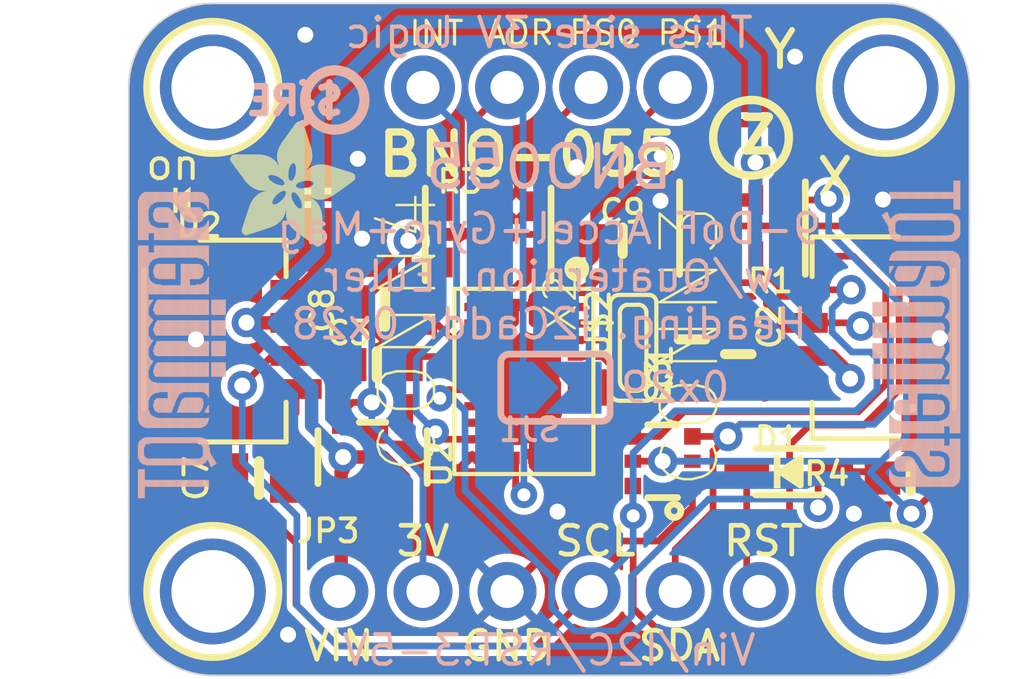
<source format=kicad_pcb>
(kicad_pcb (version 20221018) (generator pcbnew)
  (layers (0 "F.Cu" signal) (31 "B.Cu" signal) (34 "B.Paste" user) (35 "F.Paste" user) (36 "B.SilkS" user "B.Silkscreen") (37 "F.SilkS" user "F.Silkscreen") (38 "B.Mask" user) (39 "F.Mask" user) (44 "Edge.Cuts" user))
  (net 0 "")
  (net 1 "PS1_3V")
  (net 2 "PS0_3V")
  (net 3 "NRESET_3V")
  (net 4 "INT_3V")
  (net 5 "GND")
  (net 6 "I2CADDR_3V")
  (net 7 "SDA_3V")
  (net 8 "SCL_3V")
  (net 9 "N$1")
  (net 10 "N$2")
  (net 11 "N$3")
  (net 12 "3.3V")
  (net 13 "SDA")
  (net 14 "SCL")
  (net 15 "VCC")
  (net 16 "N$4")
  (net 17 "RESET")
  (footprint "working:RESPACK_4X0603" (layer "F.Cu") (at 146.6596 101.8286)
    (fp_text reference "R3")
    (fp_text value "10K")
  )
  (footprint "working:XTAL3215" (layer "F.Cu") (at 151.0411 105.2576 -90)
    (fp_text reference "X2")
    (fp_text value "32.768")
  )
  (footprint "working:0603-NO" (layer "F.Cu") (at 143.2941 105.7656)
    (fp_text reference "C3")
    (fp_text value "0.1uF")
  )
  (footprint "working:1X04_ROUND_76" (layer "F.Cu") (at 148.5011 97.3836)
    (fp_text reference "JP2" hide)
    (fp_text value "")
  )
  (footprint "working:FIDUCIAL_1MM" (layer "F.Cu") (at 160.1597 100.33)
    (fp_text reference "FID4" hide)
    (fp_text value "FIDUCIAL_1MM" hide)
  )
  (footprint "working:0603-NO" (layer "F.Cu") (at 154.2161 105.4481 -90)
    (fp_text reference "C2")
    (fp_text value "22pF")
  )
  (footprint "working:SOD-323" (layer "F.Cu") (at 155.7401 109.0041)
    (fp_text reference "D1")
    (fp_text value "1n4148")
  )
  (footprint "working:SOT363" (layer "F.Cu") (at 151.9301 108.6866 90)
    (fp_text reference "Q3")
    (fp_text value "BSS138")
  )
  (footprint "working:RESPACK_4X0603" (layer "F.Cu") (at 154.3431 101.6381 180)
    (fp_text reference "R1")
    (fp_text value "10K")
  )
  (footprint "working:MOUNTINGHOLE_2.5_PLATED" (layer "F.Cu") (at 138.3411 97.3836)
    (fp_text reference "U$45" hide)
    (fp_text value "MOUNTINGHOLE2.5" hide)
  )
  (footprint "working:0805-NO" (layer "F.Cu") (at 143.5481 104.1146 180)
    (fp_text reference "C8")
    (fp_text value "10uF")
  )
  (footprint "working:0603-NO" (layer "F.Cu") (at 159.4231 109.1946 180)
    (fp_text reference "R4")
    (fp_text value "10K")
  )
  (footprint "working:MOUNTINGHOLE_2.5_PLATED" (layer "F.Cu") (at 158.6611 112.6236)
    (fp_text reference "U$49" hide)
    (fp_text value "MOUNTINGHOLE2.5" hide)
  )
  (footprint "working:FIDUCIAL_1MM" (layer "F.Cu") (at 136.8171 109.8296)
    (fp_text reference "FID3" hide)
    (fp_text value "FIDUCIAL_1MM" hide)
  )
  (footprint "working:MOUNTINGHOLE_2.5_PLATED" (layer "F.Cu") (at 138.3411 112.6236)
    (fp_text reference "U$48" hide)
    (fp_text value "MOUNTINGHOLE2.5" hide)
  )
  (footprint "working:JST_SH4" (layer "F.Cu") (at 138.3411 105.0036 -90)
    (fp_text reference "CONN4")
    (fp_text value "STEMMA_I2C_QT" hide)
  )
  (footprint "working:0603-NO" (layer "F.Cu") (at 150.7236 102.0191)
    (fp_text reference "C9")
    (fp_text value "0.1uF")
  )
  (footprint "working:SOT23-5" (layer "F.Cu") (at 143.1671 108.5596)
    (fp_text reference "U2")
    (fp_text value "AP2112K-3.3")
  )
  (footprint "working:CHIPLED_0603_NOOUTLINE" (layer "F.Cu") (at 137.414 100.7999 90)
    (fp_text reference "D2")
    (fp_text value "GREEN")
  )
  (footprint "working:JST_SH4" (layer "F.Cu") (at 158.6611 105.0036 90)
    (fp_text reference "CONN3")
    (fp_text value "STEMMA_I2C_QT" hide)
  )
  (footprint "working:MOUNTINGHOLE_2.5_PLATED" (layer "F.Cu") (at 158.6611 97.3836)
    (fp_text reference "U$46" hide)
    (fp_text value "MOUNTINGHOLE2.5" hide)
  )
  (footprint "working:1X06_ROUND_70" (layer "F.Cu") (at 148.5011 112.6236)
    (fp_text reference "JP3")
    (fp_text value "")
  )
  (footprint "working:ADAFRUIT_3.5MM" (layer "F.Cu") (at 138.8491 102.2096)
    (fp_text reference "U$51" hide)
    (fp_text value "" hide)
  )
  (footprint "working:0603-NO" (layer "F.Cu") (at 152.8191 105.0036 90)
    (fp_text reference "C1")
    (fp_text value "22pF")
  )
  (footprint "working:BNO055" (layer "F.Cu") (at 147.7391 106.2736 -90)
    (fp_text reference "U$2")
    (fp_text value "BNO055")
  )
  (footprint "working:0805-NO" (layer "F.Cu") (at 139.7381 109.1946 180)
    (fp_text reference "C7")
    (fp_text value "10uF")
  )
  (footprint "working:STEMMAQT" (layer "B.Cu") (at 138.7221 100.5586 -90)
    (fp_text reference "U$54" hide)
    (fp_text value "" hide)
  )
  (footprint "working:SOLDERJUMPER_ARROW_NOPASTE" (layer "B.Cu") (at 148.6916 106.4641)
    (fp_text reference "SJ1")
    (fp_text value "")
  )
  (footprint "working:PCBFEAT-REV-040" (layer "B.Cu") (at 142.0241 97.7646 180)
    (fp_text reference "U$52" hide)
    (fp_text value "" hide)
  )
  (footprint "working:STEMMAQT" (layer "B.Cu") (at 158.2801 109.4486 90)
    (fp_text reference "U$53" hide)
    (fp_text value "" hide)
  )
  (gr_arc (start 154.6011 100.0516) (mid 153.792877 99.716823) (end 153.4581 98.9086) (stroke (width 0.254)) (layer "F.SilkS"))
  (gr_arc (start 154.6011 97.7656) (mid 155.415188 98.094514) (end 155.7441 98.908602) (stroke (width 0.254)) (layer "F.SilkS"))
  (gr_arc (start 153.4581 98.9086) (mid 153.792877 98.100377) (end 154.6011 97.7656) (stroke (width 0.254)) (layer "F.SilkS"))
  (gr_arc (start 155.7441 98.9086) (mid 155.409323 99.716823) (end 154.6011 100.0516) (stroke (width 0.254)) (layer "F.SilkS"))
  (gr_arc (start 135.8011 97.3836) (mid 136.545049 95.587549) (end 138.3411 94.8436) (stroke (width 0.05)) (layer "Edge.Cuts"))
  (gr_arc (start 138.3411 115.1636) (mid 136.545049 114.419651) (end 135.8011 112.6236) (stroke (width 0.05)) (layer "Edge.Cuts"))
  (gr_arc (start 158.6611 94.8436) (mid 160.457151 95.587549) (end 161.2011 97.3836) (stroke (width 0.05)) (layer "Edge.Cuts"))
  (gr_line (start 135.8011 97.3836) (end 135.8011 112.6236) (stroke (width 0.05)) (layer "Edge.Cuts"))
  (gr_arc (start 161.2011 112.6236) (mid 160.457151 114.419651) (end 158.6611 115.1636) (stroke (width 0.05)) (layer "Edge.Cuts"))
  (gr_line (start 161.2011 112.6236) (end 161.2011 97.3836) (stroke (width 0.05)) (layer "Edge.Cuts"))
  (gr_line (start 158.6611 94.8436) (end 138.3411 94.8436) (stroke (width 0.05)) (layer "Edge.Cuts"))
  (gr_line (start 138.3411 115.1636) (end 158.6611 115.1636) (stroke (width 0.05)) (layer "Edge.Cuts"))
  (gr_text "0x29" (at 152.3111 106.4641) (layer "B.SilkS") (effects (font (size 0.89408 0.89408) (thickness 0.12192)) (justify mirror)))
  (gr_text "9-DoF Accel+Gyro+Mag\nw/Quaternion, Euler\nHeading. I2Caddr 0x28" (at 148.5011 103.0986) (layer "B.SilkS") (effects (font (size 0.89408 0.89408) (thickness 0.12192)) (justify mirror)))
  (gr_text "BNO055" (at 148.5011 99.7966) (layer "B.SilkS") (effects (font (size 1.251712 1.251712) (thickness 0.170688)) (justify mirror)))
  (gr_text "This side 3V logic" (at 148.5011 95.7326) (layer "B.SilkS") (effects (font (size 0.89408 0.89408) (thickness 0.12192)) (justify mirror)))
  (gr_text "Vin/I2C/RST:3-5V" (at 148.5011 114.4016) (layer "B.SilkS") (effects (font (size 0.89408 0.89408) (thickness 0.12192)) (justify mirror)))
  (gr_text "BNO-055" (at 147.8661 99.4156) (layer "F.SilkS") (effects (font (size 1.25222 1.25222) (thickness 0.22098))))
  (gr_text "ADR" (at 147.6211 95.7326) (layer "F.SilkS") (effects (font (size 0.715264 0.715264) (thickness 0.097536))))
  (gr_text "Z" (at 154.1486 99.4273) (layer "F.SilkS") (effects (font (size 1.016 1.016) (thickness 0.254)) (justify left bottom)))
  (gr_text "GND" (at 147.2311 114.2746) (layer "F.SilkS") (effects (font (size 0.87376 0.87376) (thickness 0.14224))))
  (gr_text "INT" (at 145.0981 95.7481) (layer "F.SilkS") (effects (font (size 0.715264 0.715264) (thickness 0.097536))))
  (gr_text "PS0" (at 150.1471 95.7326) (layer "F.SilkS") (effects (font (size 0.715264 0.715264) (thickness 0.097536))))
  (gr_text "VIN" (at 142.1511 114.2746) (layer "F.SilkS") (effects (font (size 0.87376 0.87376) (thickness 0.14224))))
  (gr_text "SDA" (at 152.4381 114.2746) (layer "F.SilkS") (effects (font (size 0.87376 0.87376) (thickness 0.14224))))
  (gr_text "on" (at 136.2456 100.2411) (layer "F.SilkS") (effects (font (size 0.89408 0.89408) (thickness 0.12192)) (justify left bottom)))
  (gr_text "SCL" (at 149.8981 111.0996) (layer "F.SilkS") (effects (font (size 0.87376 0.87376) (thickness 0.14224))))
  (gr_text "X" (at 156.4981 100.7481) (layer "F.SilkS") (effects (font (size 1.0922 1.0922) (thickness 0.1778)) (justify left bottom)))
  (gr_text "RST" (at 154.9781 111.0996) (layer "F.SilkS") (effects (font (size 0.87376 0.87376) (thickness 0.14224))))
  (gr_text "3V" (at 144.6911 111.0996) (layer "F.SilkS") (effects (font (size 0.87376 0.87376) (thickness 0.14224))))
  (gr_text "PS1" (at 152.8141 95.7326) (layer "F.SilkS") (effects (font (size 0.715264 0.715264) (thickness 0.097536))))
  (gr_text "Y" (at 156.0616 95.6066) (layer "F.SilkS") (effects (font (size 1.0922 1.0922) (thickness 0.1778)) (justify right top)))
  (segment (start 147.9596 102.6786) (end 148.3406 102.6786) (width 0.2032) (layer "F.Cu") (net 1))
  (segment (start 147.9596 102.6786) (end 147.9596 103.13865) (width 0.2032) (layer "F.Cu") (net 1))
  (segment (start 148.3406 102.6786) (end 149.0091 102.0101) (width 0.2032) (layer "F.Cu") (net 1))
  (segment (start 147.4324 103.4688) (end 147.5948 103.3064) (width 0.2032) (layer "F.Cu") (net 1))
  (segment (start 147.23785 103.4688) (end 146.9891 103.71755) (width 0.2032) (layer "F.Cu") (net 1))
  (segment (start 147.5948 103.3064) (end 147.79185 103.3064) (width 0.2032) (layer "F.Cu") (net 1))
  (segment (start 150.0759 99.6188) (end 152.3111 97.3836) (width 0.2032) (layer "F.Cu") (net 1))
  (segment (start 149.0091 102.0101) (end 149.0091 101.173775) (width 0.2032) (layer "F.Cu") (net 1))
  (segment (start 147.23785 103.4688) (end 147.4324 103.4688) (width 0.2032) (layer "F.Cu") (net 1))
  (segment (start 150.0759 100.106975) (end 150.0759 99.6188) (width 0.2032) (layer "F.Cu") (net 1))
  (segment (start 146.9891 103.9611) (end 146.9891 103.71755) (width 0.2032) (layer "F.Cu") (net 1))
  (segment (start 149.0091 101.173775) (end 150.0759 100.106975) (width 0.2032) (layer "F.Cu") (net 1))
  (segment (start 147.9596 103.13865) (end 147.79185 103.3064) (width 0.2032) (layer "F.Cu") (net 1))
  (segment (start 147.0596 103.0596) (end 146.1766 103.9426) (width 0.2032) (layer "F.Cu") (net 2))
  (segment (start 147.51305 101.8286) (end 148.27915 101.8286) (width 0.2032) (layer "F.Cu") (net 2))
  (segment (start 147.0596 103.0596) (end 147.0596 102.6786) (width 0.2032) (layer "F.Cu") (net 2))
  (segment (start 147.1123 102.22935) (end 147.1123 102.6259) (width 0.2032) (layer "F.Cu") (net 2))
  (segment (start 147.1123 102.22935) (end 147.51305 101.8286) (width 0.2032) (layer "F.Cu") (net 2))
  (segment (start 147.0596 102.6786) (end 147.1123 102.6259) (width 0.2032) (layer "F.Cu") (net 2))
  (segment (start 148.5529 98.6018) (end 149.7711 97.3836) (width 0.2032) (layer "F.Cu") (net 2))
  (segment (start 146.1766 104.0236) (end 146.1766 103.9426) (width 0.2032) (layer "F.Cu") (net 2))
  (segment (start 148.27915 101.8286) (end 148.5529 101.55485) (width 0.2032) (layer "F.Cu") (net 2))
  (segment (start 148.5529 101.55485) (end 148.5529 98.6018) (width 0.2032) (layer "F.Cu") (net 2))
  (segment (start 158.3826 109.0041) (end 157.0101 109.0041) (width 0.2032) (layer "F.Cu") (net 3))
  (segment (start 158.5731 109.1946) (end 158.3826 109.0041) (width 0.2032) (layer "F.Cu") (net 3))
  (segment (start 146.1766 106.5236) (end 145.4571 106.5236) (width 0.2032) (layer "F.Cu") (net 3))
  (segment (start 156.6291 109.3851) (end 156.6291 110.0836) (width 0.2032) (layer "F.Cu") (net 3))
  (segment (start 156.6291 109.3851) (end 157.0101 109.0041) (width 0.2032) (layer "F.Cu") (net 3))
  (segment (start 145.4571 106.5236) (end 145.1991 106.7816) (width 0.2032) (layer "F.Cu") (net 3))
  (via (at 156.6291 110.0836) (size 0.889) (drill 0.4826) (layers "F.Cu" "B.Cu") (net 3))
  (via (at 145.1991 106.7816) (size 0.8001) (drill 0.3937) (layers "F.Cu" "B.Cu") (net 3))
  (segment (start 150.9903 113.369663) (end 150.9903 112.1664) (width 0.2032) (layer "B.Cu") (net 3))
  (segment (start 149.276606 113.8174) (end 150.542562 113.8174) (width 0.2032) (layer "B.Cu") (net 3))
  (segment (start 145.9611 107.1626) (end 145.9611 109.5756) (width 0.2032) (layer "B.Cu") (net 3))
  (segment (start 148.5773 112.1918) (end 148.5773 113.118094) (width 0.2032) (layer "B.Cu") (net 3))
  (segment (start 150.9903 112.1664) (end 153.3271 109.8296) (width 0.2032) (layer "B.Cu") (net 3))
  (segment (start 145.1991 106.7816) (end 145.5801 106.7816) (width 0.2032) (layer "B.Cu") (net 3))
  (segment (start 145.9611 109.5756) (end 148.5773 112.1918) (width 0.2032) (layer "B.Cu") (net 3))
  (segment (start 150.542562 113.8174) (end 150.9903 113.369663) (width 0.2032) (layer "B.Cu") (net 3))
  (segment (start 145.5801 106.7816) (end 145.9611 107.1626) (width 0.2032) (layer "B.Cu") (net 3))
  (segment (start 156.6291 110.0836) (end 156.3751 109.8296) (width 0.2032) (layer "B.Cu") (net 3))
  (segment (start 148.5773 113.118094) (end 149.276606 113.8174) (width 0.2032) (layer "B.Cu") (net 3))
  (segment (start 156.3751 109.8296) (end 153.3271 109.8296) (width 0.2032) (layer "B.Cu") (net 3))
  (segment (start 145.2981 108.0236) (end 145.0721 107.7976) (width 0.2032) (layer "F.Cu") (net 4))
  (segment (start 146.1766 108.0236) (end 145.2981 108.0236) (width 0.2032) (layer "F.Cu") (net 4))
  (via (at 145.0721 107.7976) (size 0.8001) (drill 0.3937) (layers "F.Cu" "B.Cu") (net 4))
  (segment (start 144.4879 105.5878) (end 145.7071 104.3686) (width 0.2032) (layer "B.Cu") (net 4))
  (segment (start 145.0721 107.7976) (end 144.4879 107.2134) (width 0.2032) (layer "B.Cu") (net 4))
  (segment (start 145.7071 98.5139) (end 144.6911 97.4979) (width 0.2032) (layer "B.Cu") (net 4))
  (segment (start 145.7071 104.3686) (end 145.7071 98.5139) (width 0.2032) (layer "B.Cu") (net 4))
  (segment (start 144.6911 97.3836) (end 144.6911 97.4979) (width 0.2032) (layer "B.Cu") (net 4))
  (segment (start 144.4879 107.2134) (end 144.4879 105.5878) (width 0.2032) (layer "B.Cu") (net 4))
  (segment (start 146.9771 107.5436) (end 147.9931 107.5436) (width 0.2032) (layer "F.Cu") (net 5))
  (segment (start 153.7716 103.6066) (end 153.4313 103.2663) (width 0.2032) (layer "F.Cu") (net 5))
  (segment (start 147.9891 108.5861) (end 147.9891 108.82965) (width 0.2032) (layer "F.Cu") (net 5))
  (segment (start 151.5736 102.9716) (end 151.5736 102.0191) (width 0.2032) (layer "F.Cu") (net 5))
  (segment (start 154.2161 104.5981) (end 153.7716 104.1536) (width 0.2032) (layer "F.Cu") (net 5))
  (segment (start 136.664 101.9125) (end 136.9551 102.2036) (width 0.3048) (layer "F.Cu") (net 5))
  (segment (start 147.9891 108.5861) (end 147.9931 108.5821) (width 0.2032) (layer "F.Cu") (net 5))
  (segment (start 148.2579 109.0784) (end 148.7551 109.5756) (width 0.2032) (layer "F.Cu") (net 5))
  (segment (start 155.0209 106.4006) (end 155.1239 106.5036) (width 0.2032) (layer "F.Cu") (net 5))
  (segment (start 146.9891 108.5861) (end 146.2391 108.5861) (width 0.2032) (layer "F.Cu") (net 5))
  (segment (start 148.23785 109.0784) (end 148.2579 109.0784) (width 0.2032) (layer "F.Cu") (net 5))
  (segment (start 147.9931 107.5436) (end 147.9931 106.0196) (width 0.2032) (layer "F.Cu") (net 5))
  (segment (start 146.9771 108.5741) (end 146.9771 107.5436) (width 0.2032) (layer "F.Cu") (net 5))
  (segment (start 147.9931 108.5821) (end 147.9931 107.5436) (width 0.2032) (layer "F.Cu") (net 5))
  (segment (start 154.2161 104.5981) (end 155.0209 105.4029) (width 0.2032) (layer "F.Cu") (net 5))
  (segment (start 155.1239 106.5036) (end 156.1471 106.5036) (width 0.2032) (layer "F.Cu") (net 5))
  (segment (start 147.9931 106.0196) (end 146.1806 106.0196) (width 0.2032) (layer "F.Cu") (net 5))
  (segment (start 154.00305 104.5981) (end 154.2161 104.5981) (width 0.2032) (layer "F.Cu") (net 5))
  (segment (start 146.1806 106.0196) (end 146.1766 106.0236) (width 0.2032) (layer "F.Cu") (net 5))
  (segment (start 136.664 100.7999) (end 136.664 101.9125) (width 0.3048) (layer "F.Cu") (net 5))
  (segment (start 147.9891 108.82965) (end 148.23785 109.0784) (width 0.2032) (layer "F.Cu") (net 5))
  (segment (start 149.62455 103.5431) (end 150.19605 102.9716) (width 0.2032) (layer "F.Cu") (net 5))
  (segment (start 148.9071 103.5431) (end 149.62455 103.5431) (width 0.2032) (layer "F.Cu") (net 5))
  (segment (start 146.2596 102.6786) (end 146.42035 102.51785) (width 0.2032) (layer "F.Cu") (net 5))
  (segment (start 147.0596 100.9786) (end 147.0596 101.41165) (width 0.2032) (layer "F.Cu") (net 5))
  (segment (start 147.0596 101.41165) (end 146.42035 102.0509) (width 0.2032) (layer "F.Cu") (net 5))
  (segment (start 150.19605 102.9716) (end 151.5736 102.9716) (width 0.2032) (layer "F.Cu") (net 5))
  (segment (start 152.8191 105.8536) (end 152.8191 105.78205) (width 0.2032) (layer "F.Cu") (net 5))
  (segment (start 155.0209 105.4029) (end 155.0209 106.4006) (width 0.2032) (layer "F.Cu") (net 5))
  (segment (start 148.4891 103.9611) (end 148.4891 103.864) (width 0.2032) (layer "F.Cu") (net 5))
  (segment (start 153.7716 103.6066) (end 153.7716 104.1536) (width 0.2032) (layer "F.Cu") (net 5))
  (segment (start 146.9891 108.5861) (end 146.9771 108.5741) (width 0.2032) (layer "F.Cu") (net 5))
  (segment (start 146.2391 108.5861) (end 146.1766 108.5236) (width 0.2032) (layer "F.Cu") (net 5))
  (segment (start 148.4891 103.9611) (end 148.9071 103.5431) (width 0.2032) (layer "F.Cu") (net 5))
  (segment (start 154.00305 104.5981) (end 152.8191 105.78205) (width 0.2032) (layer "F.Cu") (net 5))
  (segment (start 148.7551 109.5756) (end 148.7551 110.2106) (width 0.2032) (layer "F.Cu") (net 5))
  (segment (start 146.42035 102.0509) (end 146.42035 102.51785) (width 0.2032) (layer "F.Cu") (net 5))
  (via (at 140.6144 113.9317) (size 0.889) (drill 0.4826) (layers "F.Cu" "B.Cu") (net 5))
  (via (at 160.2994 104.9655) (size 0.889) (drill 0.4826) (layers "F.Cu" "B.Cu") (net 5))
  (via (at 158.5849 100.7745) (size 0.889) (drill 0.4826) (layers "F.Cu" "B.Cu") (net 5))
  (via (at 142.8496 101.9556) (size 0.889) (drill 0.4826) (layers "F.Cu" "B.Cu") (net 5))
  (via (at 157.7086 110.2741) (size 0.889) (drill 0.4826) (layers "F.Cu" "B.Cu") (net 5))
  (via (at 151.8666 100.8126) (size 0.889) (drill 0.4826) (layers "F.Cu" "B.Cu") (net 5))
  (via (at 149.3266 99.7966) (size 0.889) (drill 0.4826) (layers "F.Cu" "B.Cu") (net 5))
  (via (at 141.1351 95.7961) (size 0.889) (drill 0.4826) (layers "F.Cu" "B.Cu") (net 5))
  (via (at 142.7226 99.5426) (size 0.889) (drill 0.4826) (layers "F.Cu" "B.Cu") (net 5))
  (via (at 148.7551 110.2106) (size 0.889) (drill 0.4826) (layers "F.Cu" "B.Cu") (net 5))
  (via (at 137.8331 105.0036) (size 0.889) (drill 0.4826) (layers "F.Cu" "B.Cu") (net 5))
  (via (at 155.9306 96.4565) (size 0.889) (drill 0.4826) (layers "F.Cu" "B.Cu") (net 5))
  (segment (start 147.7391 109.7026) (end 147.4891 109.4526) (width 0.2032) (layer "F.Cu") (net 6))
  (segment (start 147.4891 108.5861) (end 147.4891 109.4526) (width 0.2032) (layer "F.Cu") (net 6))
  (segment (start 146.2596 100.9786) (end 146.2596 98.3551) (width 0.2032) (layer "F.Cu") (net 6))
  (segment (start 146.2596 98.3551) (end 147.2311 97.3836) (width 0.2032) (layer "F.Cu") (net 6))
  (via (at 147.7391 109.7026) (size 0.8001) (drill 0.3937) (layers "F.Cu" "B.Cu") (net 6))
  (segment (start 147.6756 106.4641) (end 147.7137 106.4641) (width 0.2032) (layer "B.Cu") (net 6))
  (segment (start 147.7391 109.7026) (end 147.7391 106.4641) (width 0.2032) (layer "B.Cu") (net 6))
  (segment (start 147.7137 97.8662) (end 147.2311 97.3836) (width 0.2032) (layer "B.Cu") (net 6))
  (segment (start 147.7137 98.2218) (end 147.7137 97.8662) (width 0.2032) (layer "B.Cu") (net 6))
  (segment (start 147.7137 98.5393) (end 147.7137 98.2218) (width 0.2032) (layer "B.Cu") (net 6))
  (segment (start 147.7137 106.4641) (end 147.7137 98.5393) (width 0.2032) (layer "B.Cu") (net 6))
  (segment (start 147.7137 106.4641) (end 147.7391 106.4641) (width 0.2032) (layer "B.Cu") (net 6))
  (segment (start 157.847375 107.188) (end 158.670237 106.365138) (width 0.2032) (layer "F.Cu") (net 7))
  (segment (start 149.8071 108.5236) (end 150.3941 107.9366) (width 0.2032) (layer "F.Cu") (net 7))
  (segment (start 158.670237 106.365138) (end 158.670237 103.464888) (width 0.2032) (layer "F.Cu") (net 7))
  (segment (start 150.3941 107.9366) (end 151.0301 107.9366) (width 0.2032) (layer "F.Cu") (net 7))
  (segment (start 151.8292 107.9366) (end 152.5778 107.188) (width 0.2032) (layer "F.Cu") (net 7))
  (segment (start 152.5778 107.188) (end 157.847375 107.188) (width 0.2032) (layer "F.Cu") (net 7))
  (segment (start 158.670237 103.464888) (end 157.69345 102.4881) (width 0.2032) (layer "F.Cu") (net 7))
  (segment (start 157.69345 102.4881) (end 155.6431 102.4881) (width 0.2032) (layer "F.Cu") (net 7))
  (segment (start 151.0301 107.9366) (end 151.8292 107.9366) (width 0.2032) (layer "F.Cu") (net 7))
  (segment (start 149.3016 108.5236) (end 149.8071 108.5236) (width 0.2032) (layer "F.Cu") (net 7))
  (segment (start 153.2001 101.5746) (end 157.481687 101.5746) (width 0.2032) (layer "F.Cu") (net 8))
  (segment (start 153.0431 101.7316) (end 153.2001 101.5746) (width 0.2032) (layer "F.Cu") (net 8))
  (segment (start 155.7655 111.252) (end 156.0576 111.5441) (width 0.2032) (layer "F.Cu") (net 8))
  (segment (start 157.481687 101.5746) (end 159.076637 103.16955) (width 0.2032) (layer "F.Cu") (net 8))
  (segment (start 151.0411 113.1316) (end 151.0411 111.0996) (width 0.2032) (layer "F.Cu") (net 8))
  (segment (start 153.0431 102.4881) (end 153.0431 101.7316) (width 0.2032) (layer "F.Cu") (net 8))
  (segment (start 156.0576 111.5441) (end 156.0576 113.3221) (width 0.2032) (layer "F.Cu") (net 8))
  (segment (start 152.8301 110.0716) (end 152.8301 109.4366) (width 0.2032) (layer "F.Cu") (net 8))
  (segment (start 152.8301 110.0716) (end 151.8021 111.0996) (width 0.2032) (layer "F.Cu") (net 8))
  (segment (start 156.3751 107.5944) (end 155.7655 108.204) (width 0.2032) (layer "F.Cu") (net 8))
  (segment (start 159.076637 103.16955) (end 159.076637 106.533475) (width 0.2032) (layer "F.Cu") (net 8))
  (segment (start 158.015712 107.5944) (end 156.3751 107.5944) (width 0.2032) (layer "F.Cu") (net 8))
  (segment (start 155.5623 113.8174) (end 151.816606 113.8174) (width 0.2032) (layer "F.Cu") (net 8))
  (segment (start 151.4221 113.5126) (end 151.0411 113.1316) (width 0.2032) (layer "F.Cu") (net 8))
  (segment (start 149.6321 109.7291) (end 148.4891 108.5861) (width 0.2032) (layer "F.Cu") (net 8))
  (segment (start 156.0576 113.3221) (end 155.5623 113.8174) (width 0.2032) (layer "F.Cu") (net 8))
  (segment (start 155.7655 108.204) (end 155.7655 111.252) (width 0.2032) (layer "F.Cu") (net 8))
  (segment (start 149.6321 109.7291) (end 149.6321 110.4911) (width 0.2032) (layer "F.Cu") (net 8))
  (segment (start 150.2406 111.0996) (end 149.6321 110.4911) (width 0.2032) (layer "F.Cu") (net 8))
  (segment (start 151.0411 111.0996) (end 151.8021 111.0996) (width 0.2032) (layer "F.Cu") (net 8))
  (segment (start 150.2406 111.0996) (end 151.0411 111.0996) (width 0.2032) (layer "F.Cu") (net 8))
  (segment (start 151.511806 113.5126) (end 151.4221 113.5126) (width 0.2032) (layer "F.Cu") (net 8))
  (segment (start 151.816606 113.8174) (end 151.511806 113.5126) (width 0.2032) (layer "F.Cu") (net 8))
  (segment (start 159.076637 106.533475) (end 158.015712 107.5944) (width 0.2032) (layer "F.Cu") (net 8))
  (segment (start 151.0411 104.0576) (end 151.2951 104.0576) (width 0.2032) (layer "F.Cu") (net 9))
  (segment (start 152.7231 104.0576) (end 152.8191 104.1536) (width 0.2032) (layer "F.Cu") (net 9))
  (segment (start 149.3016 105.0236) (end 150.3291 105.0236) (width 0.2032) (layer "F.Cu") (net 9))
  (segment (start 151.2951 104.0576) (end 152.7231 104.0576) (width 0.2032) (layer "F.Cu") (net 9))
  (segment (start 150.3291 105.0236) (end 151.2951 104.0576) (width 0.2032) (layer "F.Cu") (net 9))
  (segment (start 154.09715 106.2981) (end 153.61365 106.7816) (width 0.2032) (layer "F.Cu") (net 10))
  (segment (start 149.3016 105.5236) (end 150.1071 105.5236) (width 0.2032) (layer "F.Cu") (net 10))
  (segment (start 151.0411 106.4576) (end 151.3651 106.7816) (width 0.2032) (layer "F.Cu") (net 10))
  (segment (start 154.09715 106.2981) (end 154.2161 106.2981) (width 0.2032) (layer "F.Cu") (net 10))
  (segment (start 151.3651 106.7816) (end 153.61365 106.7816) (width 0.2032) (layer "F.Cu") (net 10))
  (segment (start 150.1071 105.5236) (end 151.0411 106.4576) (width 0.2032) (layer "F.Cu") (net 10))
  (segment (start 146.1766 105.5236) (end 144.3861 105.5236) (width 0.2032) (layer "F.Cu") (net 11))
  (segment (start 144.3861 105.5236) (end 144.1441 105.7656) (width 0.2032) (layer "F.Cu") (net 11))
  (segment (start 151.857006 99.469507) (end 151.8666 99.4791) (width 0.2032) (layer "F.Cu") (net 12))
  (segment (start 153.0431 99.3186) (end 153.8986 98.4631) (width 0.254) (layer "F.Cu") (net 12))
  (segment (start 147.9626 103.9611) (end 147.9891 103.9876) (width 0.2032) (layer "F.Cu") (net 12))
  (segment (start 149.8736 102.5271) (end 149.8736 102.0191) (width 0.254) (layer "F.Cu") (net 12))
  (segment (start 147.9891 104.4916) (end 147.9891 103.9876) (width 0.2032) (layer "F.Cu") (net 12))
  (segment (start 155.1686 98.4631) (end 155.6131 98.9076) (width 0.254) (layer "F.Cu") (net 12))
  (segment (start 148.24905 103.4576) (end 148.3961 103.4576) (width 0.2032) (layer "F.Cu") (net 12))
  (segment (start 153.0431 100.3436) (end 152.7256 100.0261) (width 0.254) (layer "F.Cu") (net 12))
  (segment (start 151.9301 108.6866) (end 152.8301 108.6866) (width 0.2032) (layer "F.Cu") (net 12))
  (segment (start 156.9076 100.7881) (end 155.6431 100.7881) (width 0.2032) (layer "F.Cu") (net 12))
  (segment (start 149.3656 103.0351) (end 148.8186 103.0351) (width 0.254) (layer "F.Cu") (net 12))
  (segment (start 151.8666 100.0261) (end 150.9776 100.0261) (width 0.254) (layer "F.Cu") (net 12))
  (segment (start 152.7256 100.0261) (end 151.8666 100.0261) (width 0.254) (layer "F.Cu") (net 12))
  (segment (start 144.2466 102.0191) (end 144.2466 103.4161) (width 0.2032) (layer "F.Cu") (net 12))
  (segment (start 149.8736 101.1301) (end 149.8736 102.0191) (width 0.254) (layer "F.Cu") (net 12))
  (segment (start 144.6911 104.1146) (end 144.4981 104.1146) (width 0.2032) (layer "F.Cu") (net 12))
  (segment (start 153.0431 100.7881) (end 153.0431 99.3186) (width 0.254) (layer "F.Cu") (net 12))
  (segment (start 151.8666 99.4791) (end 151.8666 100.0261) (width 0.2032) (layer "F.Cu") (net 12))
  (segment (start 160.2731 109.4495) (end 159.4485 110.2741) (width 0.2032) (layer "F.Cu") (net 12))
  (segment (start 153.0431 100.7881) (end 153.0431 100.3436) (width 0.254) (layer "F.Cu") (net 12))
  (segment (start 149.8736 102.5271) (end 149.3656 103.0351) (width 0.254) (layer "F.Cu") (net 12))
  (segment (start 144.5311 103.7006) (end 144.4981 103.7336) (width 0.2032) (layer "F.Cu") (net 12))
  (segment (start 145.3596 102.8721) (end 144.5311 103.7006) (width 0.2032) (layer "F.Cu") (net 12))
  (segment (start 155.6131 98.9076) (end 155.6131 100.7581) (width 0.254) (layer "F.Cu") (net 12))
  (segment (start 148.3961 103.4576) (end 148.8186 103.0351) (width 0.2032) (layer "F.Cu") (net 12))
  (segment (start 144.5311 103.7006) (end 144.2466 103.4161) (width 0.2032) (layer "F.Cu") (net 12))
  (segment (start 145.3596 102.6786) (end 145.3596 102.8721) (width 0.2032) (layer "F.Cu") (net 12))
  (segment (start 151.0301 108.6866) (end 151.9301 108.6866) (width 0.2032) (layer "F.Cu") (net 12))
  (segment (start 160.2731 109.1946) (end 160.2731 109.4495) (width 0.2032) (layer "F.Cu") (net 12))
  (segment (start 155.6431 100.7881) (end 155.6131 100.7581) (width 0.254) (layer "F.Cu") (net 12))
  (segment (start 150.9776 100.0261) (end 149.8736 101.1301) (width 0.254) (layer "F.Cu") (net 12))
  (segment (start 149.3016 104.5236) (end 148.0211 104.5236) (width 0.2032) (layer "F.Cu") (net 12))
  (segment (start 147.9891 103.9876) (end 147.9891 103.9611) (width 0.2032) (layer "F.Cu") (net 12))
  (segment (start 147.9891 103.71755) (end 148.24905 103.4576) (width 0.2032) (layer "F.Cu") (net 12))
  (segment (start 148.0211 104.5236) (end 147.9891 104.4916) (width 0.2032) (layer "F.Cu") (net 12))
  (segment (start 142.2171 107.2595) (end 142.568 106.9086) (width 0.2032) (layer "F.Cu") (net 12))
  (segment (start 146.9571 105.0236) (end 147.4891 104.4916) (width 0.2032) (layer "F.Cu") (net 12))
  (segment (start 146.1766 105.0236) (end 146.9571 105.0236) (width 0.2032) (layer "F.Cu") (net 12))
  (segment (start 153.8986 98.4631) (end 155.1686 98.4631) (width 0.254) (layer "F.Cu") (net 12))
  (segment (start 147.9891 103.9611) (end 147.9891 103.71755) (width 0.2032) (layer "F.Cu") (net 12))
  (segment (start 156.9466 100.7491) (end 156.9076 100.7881) (width 0.2032) (layer "F.Cu") (net 12))
  (segment (start 144.4981 103.7336) (end 144.4981 104.1146) (width 0.2032) (layer "F.Cu") (net 12))
  (segment (start 146.1766 105.0236) (end 145.6001 105.0236) (width 0.2032) (layer "F.Cu") (net 12))
  (segment (start 147.4891 103.9611) (end 147.9626 103.9611) (width 0.2032) (layer "F.Cu") (net 12))
  (segment (start 145.6001 105.0236) (end 144.6911 104.1146) (width 0.2032) (layer "F.Cu") (net 12))
  (segment (start 147.4891 104.4916) (end 147.4891 103.9611) (width 0.2032) (layer "F.Cu") (net 12))
  (segment (start 142.568 106.9086) (end 143.1436 106.9086) (width 0.2032) (layer "F.Cu") (net 12))
  (via (at 151.9301 108.6866) (size 0.889) (drill 0.4826) (layers "F.Cu" "B.Cu") (net 12))
  (via (at 144.2466 102.0191) (size 0.889) (drill 0.4826) (layers "F.Cu" "B.Cu") (net 12))
  (via (at 143.1436 106.9086) (size 0.889) (drill 0.4826) (layers "F.Cu" "B.Cu") (net 12))
  (via (at 151.857006 99.469507) (size 0.8001) (drill 0.3937) (layers "F.Cu" "B.Cu") (net 12))
  (via (at 156.9466 100.7491) (size 0.889) (drill 0.4826) (layers "F.Cu" "B.Cu") (net 12))
  (via (at 159.4485 110.2741) (size 0.889) (drill 0.4826) (layers "F.Cu" "B.Cu") (net 12))
  (segment (start 144.5006 102.0191) (end 144.2466 102.0191) (width 0.2032) (layer "B.Cu") (net 12))
  (segment (start 159.2961 104.1146) (end 156.9466 101.7651) (width 0.2032) (layer "B.Cu") (net 12))
  (segment (start 156.9466 101.7651) (end 156.9466 100.7491) (width 0.2032) (layer "B.Cu") (net 12))
  (segment (start 144.6911 109.1038) (end 143.1436 107.5563) (width 0.2032) (layer "B.Cu") (net 12))
  (segment (start 149.7076 101.618913) (end 151.857006 99.469507) (width 0.2032) (layer "B.Cu") (net 12))
  (segment (start 143.1436 106.9086) (end 143.1436 107.5563) (width 0.2032) (layer "B.Cu") (net 12))
  (segment (start 149.7076 106.4641) (end 149.7076 101.618913) (width 0.2032) (layer "B.Cu") (net 12))
  (segment (start 158.19755 109.02315) (end 158.5341 108.6866) (width 0.2032) (layer "B.Cu") (net 12))
  (segment (start 159.2961 107.9246) (end 159.2961 104.1146) (width 0.2032) (layer "B.Cu") (net 12))
  (segment (start 158.5341 108.6866) (end 159.2961 107.9246) (width 0.2032) (layer "B.Cu") (net 12))
  (segment (start 144.6911 109.1038) (end 144.6911 112.6236) (width 0.2032) (layer "B.Cu") (net 12))
  (segment (start 159.4485 110.2741) (end 158.19755 109.02315) (width 0.2032) (layer "B.Cu") (net 12))
  (segment (start 144.5006 102.0191) (end 143.1436 103.3761) (width 0.2032) (layer "B.Cu") (net 12))
  (segment (start 151.9301 108.6866) (end 158.5341 108.6866) (width 0.2032) (layer "B.Cu") (net 12))
  (segment (start 143.1436 106.9086) (end 143.1436 103.3761) (width 0.2032) (layer "B.Cu") (net 12))
  (segment (start 153.4541 110.2106) (end 152.3111 111.3536) (width 0.2032) (layer "F.Cu") (net 13))
  (segment (start 153.9431 103.1431) (end 154.0891 103.2891) (width 0.2032) (layer "F.Cu") (net 13))
  (segment (start 153.4541 108.3818) (end 153.4541 110.2106) (width 0.2032) (layer "F.Cu") (net 13))
  (segment (start 140.1271 105.5036) (end 139.2301 106.4006) (width 0.2032) (layer "F.Cu") (net 13))
  (segment (start 155.0673 103.59975) (end 155.0673 103.92985) (width 0.2032) (layer "F.Cu") (net 13))
  (segment (start 153.9431 102.4881) (end 153.9431 103.1431) (width 0.2032) (layer "F.Cu") (net 13))
  (segment (start 157.823775 104.5036) (end 157.920937 104.600763) (width 0.2032) (layer "F.Cu") (net 13))
  (segment (start 153.4668 107.9373) (end 153.4661 107.9366) (width 0.2032) (layer "F.Cu") (net 13))
  (segment (start 155.64105 104.5036) (end 156.1471 104.5036) (width 0.2032) (layer "F.Cu") (net 13))
  (segment (start 153.8986 107.9373) (end 153.4541 108.3818) (width 0.2032) (layer "F.Cu") (net 13))
  (segment (start 154.0891 103.2891) (end 154.75665 103.2891) (width 0.2032) (layer "F.Cu") (net 13))
  (segment (start 152.3111 111.3536) (end 152.3111 112.6236) (width 0.2032) (layer "F.Cu") (net 13))
  (segment (start 153.8986 107.9373) (end 153.4668 107.9373) (width 0.2032) (layer "F.Cu") (net 13))
  (segment (start 140.8551 105.5036) (end 140.1271 105.5036) (width 0.2032) (layer "F.Cu") (net 13))
  (segment (start 152.8301 107.9366) (end 153.4661 107.9366) (width 0.2032) (layer "F.Cu") (net 13))
  (segment (start 155.0673 103.92985) (end 155.64105 104.5036) (width 0.2032) (layer "F.Cu") (net 13))
  (segment (start 154.75665 103.2891) (end 155.0673 103.59975) (width 0.2032) (layer "F.Cu") (net 13))
  (segment (start 156.1471 104.5036) (end 157.823775 104.5036) (width 0.2032) (layer "F.Cu") (net 13))
  (via (at 139.2301 106.4006) (size 0.889) (drill 0.4826) (layers "F.Cu" "B.Cu") (net 13))
  (via (at 153.8986 107.9373) (size 0.889) (drill 0.4826) (layers "F.Cu" "B.Cu") (net 13))
  (via (at 157.920937 104.600763) (size 0.889) (drill 0.4826) (layers "F.Cu" "B.Cu") (net 13))
  (segment (start 139.2301 106.4006) (end 139.2301 108.6866) (width 0.2032) (layer "B.Cu") (net 13))
  (segment (start 157.920937 104.600763) (end 158.452 104.600763) (width 0.2032) (layer "B.Cu") (net 13))
  (segment (start 158.8135 104.962263) (end 158.8135 107.076938) (width 0.2032) (layer "B.Cu") (net 13))
  (segment (start 140.8811 110.3376) (end 139.2301 108.6866) (width 0.2032) (layer "B.Cu") (net 13))
  (segment (start 158.8135 107.076938) (end 158.321437 107.569) (width 0.2032) (layer "B.Cu") (net 13))
  (segment (start 140.8811 110.3376) (end 140.8811 113.041894) (width 0.2032) (layer "B.Cu") (net 13))
  (segment (start 140.8811 113.041894) (end 142.113806 114.2746) (width 0.2032) (layer "B.Cu") (net 13))
  (segment (start 142.113806 114.2746) (end 150.6601 114.2746) (width 0.2032) (layer "B.Cu") (net 13))
  (segment (start 158.321437 107.569) (end 154.2669 107.569) (width 0.2032) (layer "B.Cu") (net 13))
  (segment (start 150.6601 114.2746) (end 152.3111 112.6236) (width 0.2032) (layer "B.Cu") (net 13))
  (segment (start 153.8986 107.9373) (end 154.2669 107.569) (width 0.2032) (layer "B.Cu") (net 13))
  (segment (start 158.452 104.600763) (end 158.8135 104.962263) (width 0.2032) (layer "B.Cu") (net 13))
  (segment (start 154.8511 102.5961) (end 154.8511 102.808813) (width 0.2032) (layer "F.Cu") (net 14))
  (segment (start 154.8511 102.808813) (end 155.545887 103.5036) (width 0.2032) (layer "F.Cu") (net 14))
  (segment (start 155.545887 103.5036) (end 156.1471 103.5036) (width 0.2032) (layer "F.Cu") (net 14))
  (segment (start 151.0301 109.4366) (end 151.0301 110.3266) (width 0.2032) (layer "F.Cu") (net 14))
  (segment (start 140.8551 107.22655) (end 139.7633 108.31835) (width 0.2032) (layer "F.Cu") (net 14))
  (segment (start 148.1201 114.2746) (end 149.7711 112.6236) (width 0.2032) (layer "F.Cu") (net 14))
  (segment (start 139.7633 110.07085) (end 140.8551 111.16265) (width 0.2032) (layer "F.Cu") (net 14))
  (segment (start 142.113806 114.2746) (end 148.1201 114.2746) (width 0.2032) (layer "F.Cu") (net 14))
  (segment (start 139.7633 108.31835) (end 139.7633 110.07085) (width 0.2032) (layer "F.Cu") (net 14))
  (segment (start 140.8551 106.5036) (end 140.8551 107.22655) (width 0.2032) (layer "F.Cu") (net 14))
  (segment (start 140.8551 111.16265) (end 140.8551 113.015894) (width 0.2032) (layer "F.Cu") (net 14))
  (segment (start 140.8551 113.015894) (end 142.113806 114.2746) (width 0.2032) (layer "F.Cu") (net 14))
  (segment (start 151.0411 110.3376) (end 151.0301 110.3266) (width 0.2032) (layer "F.Cu") (net 14))
  (segment (start 154.7431 102.4881) (end 154.8511 102.5961) (width 0.2032) (layer "F.Cu") (net 14))
  (segment (start 157.623262 103.5036) (end 157.623262 103.501438) (width 0.2032) (layer "F.Cu") (net 14))
  (segment (start 156.1471 103.5036) (end 157.623262 103.5036) (width 0.2032) (layer "F.Cu") (net 14))
  (via (at 157.623262 103.501438) (size 0.889) (drill 0.4826) (layers "F.Cu" "B.Cu") (net 14))
  (via (at 151.0411 110.3376) (size 0.8001) (drill 0.3937) (layers "F.Cu" "B.Cu") (net 14))
  (segment (start 157.7721 107.1626) (end 152.3111 107.1626) (width 0.2032) (layer "B.Cu") (net 14))
  (segment (start 158.4071 105.5751) (end 158.4071 106.5276) (width 0.2032) (layer "B.Cu") (net 14))
  (segment (start 157.6451 105.3846) (end 158.2166 105.3846) (width 0.2032) (layer "B.Cu") (net 14))
  (segment (start 151.0411 108.4326) (end 151.0411 110.3376) (width 0.2032) (layer "B.Cu") (net 14))
  (segment (start 158.2166 105.3846) (end 158.4071 105.5751) (width 0.2032) (layer "B.Cu") (net 14))
  (segment (start 157.051762 104.791263) (end 157.6451 105.3846) (width 0.2032) (layer "B.Cu") (net 14))
  (segment (start 158.4071 106.5276) (end 157.7721 107.1626) (width 0.2032) (layer "B.Cu") (net 14))
  (segment (start 157.051762 104.072938) (end 157.051762 104.791263) (width 0.2032) (layer "B.Cu") (net 14))
  (segment (start 151.0411 110.3376) (end 151.0411 111.3536) (width 0.2032) (layer "B.Cu") (net 14))
  (segment (start 152.3111 107.1626) (end 151.0411 108.4326) (width 0.2032) (layer "B.Cu") (net 14))
  (segment (start 157.623262 103.501438) (end 157.051762 104.072938) (width 0.2032) (layer "B.Cu") (net 14))
  (segment (start 151.0411 111.3536) (end 149.7711 112.6236) (width 0.2032) (layer "B.Cu") (net 14))
  (segment (start 142.2171 109.8597) (end 142.2171 112.5576) (width 0.4064) (layer "F.Cu") (net 15))
  (segment (start 139.3651 104.5036) (end 139.3571 104.4956) (width 0.4064) (layer "F.Cu") (net 15))
  (segment (start 157.0361 105.5036) (end 156.1471 105.5036) (width 0.4064) (layer "F.Cu") (net 15))
  (segment (start 142.2171 112.5576) (end 142.1511 112.6236) (width 0.4064) (layer "F.Cu") (net 15))
  (segment (start 142.2781 108.5596) (end 142.2781 108.9406) (width 0.4064) (layer "F.Cu") (net 15))
  (segment (start 153.9431 100.7881) (end 154.7431 100.7881) (width 0.4064) (layer "F.Cu") (net 15))
  (segment (start 154.7431 100.7881) (end 154.7431 99.6632) (width 0.4064) (layer "F.Cu") (net 15))
  (segment (start 141.933 109.5756) (end 140.9421 109.5756) (width 0.4064) (layer "F.Cu") (net 15))
  (segment (start 157.5943 106.0618) (end 157.0361 105.5036) (width 0.4064) (layer "F.Cu") (net 15))
  (segment (start 141.933 109.5756) (end 142.2171 109.8597) (width 0.4064) (layer "F.Cu") (net 15))
  (segment (start 140.6881 109.1946) (end 140.6881 109.3216) (width 0.4064) (layer "F.Cu") (net 15))
  (segment (start 140.8551 104.5036) (end 139.3651 104.5036) (width 0.4064) (layer "F.Cu") (net 15))
  (segment (start 143.4846 108.5596) (end 142.2781 108.5596) (width 0.4064) (layer "F.Cu") (net 15))
  (segment (start 142.2781 108.9406) (end 142.2171 109.0016) (width 0.4064) (layer "F.Cu") (net 15))
  (segment (start 144.1171 109.8597) (end 144.1171 109.1921) (width 0.4064) (layer "F.Cu") (net 15))
  (segment (start 144.1171 109.1921) (end 143.4846 108.5596) (width 0.4064) (layer "F.Cu") (net 15))
  (segment (start 140.9421 109.5756) (end 140.6881 109.3216) (width 0.4064) (layer "F.Cu") (net 15))
  (segment (start 142.2171 109.0016) (end 142.2171 109.8597) (width 0.4064) (layer "F.Cu") (net 15))
  (segment (start 157.5943 106.1909) (end 157.5943 106.0618) (width 0.4064) (layer "F.Cu") (net 15))
  (segment (start 154.7431 99.6632) (end 154.7368 99.6569) (width 0.4064) (layer "F.Cu") (net 15))
  (via (at 139.3571 104.4956) (size 0.889) (drill 0.4826) (layers "F.Cu" "B.Cu") (net 15))
  (via (at 157.5943 106.1909) (size 0.889) (drill 0.4826) (layers "F.Cu" "B.Cu") (net 15))
  (via (at 142.2781 108.5596) (size 0.889) (drill 0.4826) (layers "F.Cu" "B.Cu") (net 15))
  (via (at 154.7368 99.6569) (size 0.889) (drill 0.4826) (layers "F.Cu" "B.Cu") (net 15))
  (segment (start 142.2781 108.5596) (end 141.3256 107.6071) (width 0.4064) (layer "B.Cu") (net 15))
  (segment (start 154.7114 96.5073) (end 154.7114 99.6315) (width 0.4064) (layer "B.Cu") (net 15))
  (segment (start 144.0053 95.4024) (end 153.6065 95.4024) (width 0.4064) (layer "B.Cu") (net 15))
  (segment (start 141.5161 102.3366) (end 141.5161 97.8916) (width 0.4064) (layer "B.Cu") (net 15))
  (segment (start 141.3256 106.464097) (end 139.3571 104.4956) (width 0.4064) (layer "B.Cu") (net 15))
  (segment (start 157.5943 106.1909) (end 154.7368 103.3334) (width 0.4064) (layer "B.Cu") (net 15))
  (segment (start 154.7368 99.6569) (end 154.7368 103.3334) (width 0.4064) (layer "B.Cu") (net 15))
  (segment (start 154.7114 99.6315) (end 154.7368 99.6569) (width 0.4064) (layer "B.Cu") (net 15))
  (segment (start 139.3571 104.4956) (end 141.5161 102.3366) (width 0.4064) (layer "B.Cu") (net 15))
  (segment (start 141.3256 106.464097) (end 141.3256 107.6071) (width 0.4064) (layer "B.Cu") (net 15))
  (segment (start 153.6065 95.4024) (end 154.7114 96.5073) (width 0.4064) (layer "B.Cu") (net 15))
  (segment (start 141.5161 97.8916) (end 144.0053 95.4024) (width 0.4064) (layer "B.Cu") (net 15))
  (segment (start 138.164 100.7999) (end 138.2393 100.7246) (width 0.2032) (layer "F.Cu") (net 16))
  (segment (start 145.3596 100.9786) (end 145.1056 100.7246) (width 0.2032) (layer "F.Cu") (net 16))
  (segment (start 145.1056 100.7246) (end 138.2393 100.7246) (width 0.2032) (layer "F.Cu") (net 16))
  (segment (start 154.4701 112.2426) (end 154.8511 112.6236) (width 0.2032) (layer "F.Cu") (net 17))
  (segment (start 154.4701 109.0041) (end 154.4701 112.2426) (width 0.2032) (layer "F.Cu") (net 17))
  (zone (net 5) (net_name "GND") (layer "F.Cu") (priority 6) (connect_pads (clearance 0.000001)) (min_thickness 0.1016) (fill yes (thermal_gap 0.2532) (thermal_bridge_width 0.2532))
    (polygon (pts (xy 161.3027 115.2652) (xy 135.6995 115.2652) (xy 135.6995 94.742) (xy 161.3027 94.742)))
  )
  (zone (net 5) (net_name "GND") (layer "B.Cu") (priority 6) (connect_pads (clearance 0.000001)) (min_thickness 0.1016) (fill yes (thermal_gap 0.2532) (thermal_bridge_width 0.2532))
    (polygon (pts (xy 161.3027 115.2652) (xy 135.6995 115.2652) (xy 135.6995 94.742) (xy 161.3027 94.742)))
  )
)
</source>
